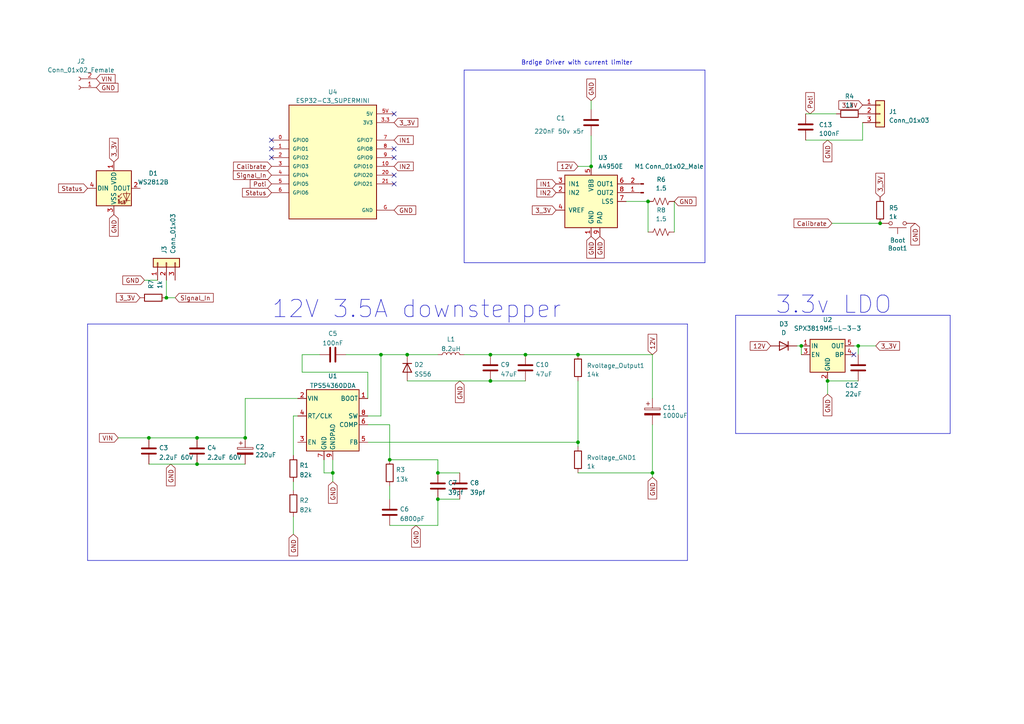
<source format=kicad_sch>
(kicad_sch (version 20231120) (generator "eeschema") (generator_version "8.0")
  (paper "A4")
  (lib_symbols
    (symbol "Connector:Conn_01x02_Female" (pin_names (offset 1.016) hide)
      (property "Reference" "J" (at 0 2.54 0))
      (property "Value" "Conn_01x02_Female" (at 0 -5.08 0))
      (symbol "Conn_01x02_Female_1_1"
        (arc (start 0 -2.032) (mid -0.5058 -2.54) (end 0 -3.048) (stroke (width 0.1524)))
        (polyline (pts (xy -1.27 -2.54) (xy -0.508 -2.54)) (stroke (width 0.1524)))
        (polyline (pts (xy -1.27 0) (xy -0.508 0)) (stroke (width 0.1524)))
        (arc (start 0 0.508) (mid -0.5058 0) (end 0 -0.508) (stroke (width 0.1524)))
        (pin passive line (at -5.08 0 0) (length 3.81) (name "Pin_1") (number "1"))
        (pin passive line (at -5.08 -2.54 0) (length 3.81) (name "Pin_2") (number "2"))
      )
    )
    (symbol "Connector:Conn_01x02_Male" (pin_names (offset 1.016) hide)
      (property "Reference" "J" (at 0 2.54 0))
      (property "Value" "Conn_01x02_Male" (at 0 -5.08 0))
      (symbol "Conn_01x02_Male_1_1"
        (polyline (pts (xy 1.27 -2.54) (xy 0.8636 -2.54)) (stroke (width 0.1524)))
        (polyline (pts (xy 1.27 0) (xy 0.8636 0)) (stroke (width 0.1524)))
        (rectangle (start 0.8636 -2.413) (end 0 -2.667) (stroke (width 0.1524)) (fill (type outline)))
        (rectangle (start 0.8636 0.127) (end 0 -0.127) (stroke (width 0.1524)) (fill (type outline)))
        (pin passive line (at 5.08 0 180) (length 3.81) (name "Pin_1") (number "1"))
        (pin passive line (at 5.08 -2.54 180) (length 3.81) (name "Pin_2") (number "2"))
      )
    )
    (symbol "Connector_Generic:Conn_01x03" (pin_names (offset 1.016) hide)
      (property "Reference" "J" (at 0 5.08 0))
      (property "Value" "Conn_01x03" (at 0 -5.08 0))
      (symbol "Conn_01x03_1_1"
        (rectangle (start -1.27 -2.413) (end 0 -2.667) (stroke (width 0.1524)))
        (rectangle (start -1.27 0.127) (end 0 -0.127) (stroke (width 0.1524)))
        (rectangle (start -1.27 2.667) (end 0 2.413) (stroke (width 0.1524)))
        (rectangle (start -1.27 3.81) (end 1.27 -3.81) (stroke (width 0.254)) (fill (type background)))
        (pin passive line (at -5.08 2.54 0) (length 3.81) (name "Pin_1") (number "1"))
        (pin passive line (at -5.08 0 0) (length 3.81) (name "Pin_2") (number "2"))
        (pin passive line (at -5.08 -2.54 0) (length 3.81) (name "Pin_3") (number "3"))
      )
    )
    (symbol "D_1" (pin_numbers hide) (pin_names (offset 1.016) hide)
      (property "Reference" "D" (at 0 2.54 0))
      (property "Value" "D" (at 0 -2.54 0))
      (symbol "D_1_0_1"
        (polyline (pts (xy -1.27 1.27) (xy -1.27 -1.27)) (stroke (width 0.254)))
        (polyline (pts (xy 1.27 0) (xy -1.27 0)))
        (polyline (pts (xy 1.27 1.27) (xy 1.27 -1.27) (xy -1.27 0) (xy 1.27 1.27)) (stroke (width 0.254)))
      )
      (symbol "D_1_1_1"
        (pin passive line (at -3.81 0 0) (length 2.54) (name "K") (number "1"))
        (pin passive line (at 3.81 0 180) (length 2.54) (name "A") (number "2"))
      )
    )
    (symbol "Device:C" (pin_numbers hide) (pin_names (offset 0.254))
      (property "Reference" "C" (at 0.635 2.54 0))
      (property "Value" "C" (at 0.635 -2.54 0))
      (symbol "C_0_1"
        (polyline (pts (xy -2.032 -0.762) (xy 2.032 -0.762)) (stroke (width 0.508)))
        (polyline (pts (xy -2.032 0.762) (xy 2.032 0.762)) (stroke (width 0.508)))
      )
      (symbol "C_1_1"
        (pin passive line (at 0 3.81 270) (length 2.794) (name "~") (number "1"))
        (pin passive line (at 0 -3.81 90) (length 2.794) (name "~") (number "2"))
      )
    )
    (symbol "Device:CP" (pin_numbers hide) (pin_names (offset 0.254))
      (property "Reference" "C" (at 0.635 2.54 0))
      (property "Value" "Device_CP" (at 0.635 -2.54 0))
      (symbol "CP_0_1"
        (rectangle (start -2.286 0.508) (end 2.286 1.016))
        (polyline (pts (xy -1.778 2.286) (xy -0.762 2.286)))
        (polyline (pts (xy -1.27 2.794) (xy -1.27 1.778)))
        (rectangle (start 2.286 -0.508) (end -2.286 -1.016) (fill (type outline)))
      )
      (symbol "CP_1_1"
        (pin passive line (at 0 3.81 270) (length 2.794) (name "~") (number "1"))
        (pin passive line (at 0 -3.81 90) (length 2.794) (name "~") (number "2"))
      )
    )
    (symbol "Device:D" (pin_numbers hide) (pin_names (offset 1.016) hide)
      (property "Reference" "D" (at 0 2.54 0))
      (property "Value" "D" (at 0 -2.54 0))
      (symbol "D_0_1"
        (polyline (pts (xy -1.27 1.27) (xy -1.27 -1.27)) (stroke (width 0.254)))
        (polyline (pts (xy 1.27 0) (xy -1.27 0)))
        (polyline (pts (xy 1.27 1.27) (xy 1.27 -1.27) (xy -1.27 0) (xy 1.27 1.27)) (stroke (width 0.254)))
      )
      (symbol "D_1_1"
        (pin passive line (at -3.81 0 0) (length 2.54) (name "K") (number "1"))
        (pin passive line (at 3.81 0 180) (length 2.54) (name "A") (number "2"))
      )
    )
    (symbol "Device:L" (pin_numbers hide) (pin_names (offset 1.016) hide)
      (property "Reference" "L" (at -1.27 0 90))
      (property "Value" "L" (at 1.905 0 90))
      (symbol "L_0_1"
        (arc (start 0 -2.54) (mid 0.6323 -1.905) (end 0 -1.27))
        (arc (start 0 -1.27) (mid 0.6323 -0.635) (end 0 0))
        (arc (start 0 0) (mid 0.6323 0.635) (end 0 1.27))
        (arc (start 0 1.27) (mid 0.6323 1.905) (end 0 2.54))
      )
      (symbol "L_1_1"
        (pin passive line (at 0 3.81 270) (length 1.27) (name "1") (number "1"))
        (pin passive line (at 0 -3.81 90) (length 1.27) (name "2") (number "2"))
      )
    )
    (symbol "Device:R" (pin_numbers hide) (pin_names (offset 0))
      (property "Reference" "R" (at 2.032 0 90))
      (property "Value" "R" (at 0 0 90))
      (symbol "R_0_1"
        (rectangle (start -1.016 -2.54) (end 1.016 2.54) (stroke (width 0.254)))
      )
      (symbol "R_1_1"
        (pin passive line (at 0 3.81 270) (length 1.27) (name "~") (number "1"))
        (pin passive line (at 0 -3.81 90) (length 1.27) (name "~") (number "2"))
      )
    )
    (symbol "Device:R_US" (pin_numbers hide) (pin_names (offset 0))
      (property "Reference" "R" (at 2.54 0 90))
      (property "Value" "R_US" (at -2.54 0 90))
      (symbol "R_US_0_1"
        (polyline (pts (xy 0 -2.286) (xy 0 -2.54)))
        (polyline (pts (xy 0 2.286) (xy 0 2.54)))
        (polyline (pts (xy 0 -0.762) (xy 1.016 -1.143) (xy 0 -1.524) (xy -1.016 -1.905) (xy 0 -2.286)))
        (polyline (pts (xy 0 0.762) (xy 1.016 0.381) (xy 0 0) (xy -1.016 -0.381) (xy 0 -0.762)))
        (polyline (pts (xy 0 2.286) (xy 1.016 1.905) (xy 0 1.524) (xy -1.016 1.143) (xy 0 0.762)))
      )
      (symbol "R_US_1_1"
        (pin passive line (at 0 3.81 270) (length 1.27) (name "~") (number "1"))
        (pin passive line (at 0 -3.81 90) (length 1.27) (name "~") (number "2"))
      )
    )
    (symbol "Driver_Motor:A4950E" (pin_names (offset 1.016))
      (property "Reference" "U" (at -7.62 8.89 0))
      (property "Value" "A4950E" (at 5.08 8.89 0))
      (symbol "A4950E_0_1"
        (rectangle (start -7.62 7.62) (end 7.62 -7.62) (stroke (width 0.254)) (fill (type background)))
      )
      (symbol "A4950E_1_1"
        (pin power_in line (at 0 -10.16 90) (length 2.54) (name "GND") (number "1"))
        (pin input line (at -10.16 2.54 0) (length 2.54) (name "IN2") (number "2"))
        (pin input line (at -10.16 5.08 0) (length 2.54) (name "IN1") (number "3"))
        (pin passive line (at -10.16 -2.54 0) (length 2.54) (name "VREF") (number "4"))
        (pin power_in line (at 0 10.16 270) (length 2.54) (name "VBB") (number "5"))
        (pin power_out line (at 10.16 5.08 180) (length 2.54) (name "OUT1") (number "6"))
        (pin power_in line (at 10.16 0 180) (length 2.54) (name "LSS") (number "7"))
        (pin power_out line (at 10.16 2.54 180) (length 2.54) (name "OUT2") (number "8"))
        (pin power_in line (at 2.54 -10.16 90) (length 2.54) (name "PAD") (number "9"))
      )
    )
    (symbol "ESP32-C3_SUPERMINI:ESP32-C3_SUPERMINI" (pin_names (offset 1.016))
      (property "Reference" "U" (at -12.7 16.002 0))
      (property "Value" "ESP32-C3_SUPERMINI" (at -12.7 -20.32 0))
      (symbol "ESP32-C3_SUPERMINI_0_0"
        (rectangle (start -12.7 -17.78) (end 12.7 15.24) (stroke (width 0.254)) (fill (type background)))
        (pin bidirectional line (at -17.78 5.08 0) (length 5.08) (name "GPIO0") (number "0"))
        (pin bidirectional line (at -17.78 2.54 0) (length 5.08) (name "GPIO1") (number "1"))
        (pin bidirectional line (at 17.78 -2.54 180) (length 5.08) (name "GPIO10") (number "10"))
        (pin bidirectional line (at -17.78 0 0) (length 5.08) (name "GPIO2") (number "2"))
        (pin bidirectional line (at 17.78 -5.08 180) (length 5.08) (name "GPIO20") (number "20"))
        (pin bidirectional line (at 17.78 -7.62 180) (length 5.08) (name "GPIO21") (number "21"))
        (pin bidirectional line (at -17.78 -2.54 0) (length 5.08) (name "GPIO3") (number "3"))
        (pin power_in line (at 17.78 10.16 180) (length 5.08) (name "3V3") (number "3.3"))
        (pin bidirectional line (at -17.78 -5.08 0) (length 5.08) (name "GPIO4") (number "4"))
        (pin bidirectional line (at -17.78 -7.62 0) (length 5.08) (name "GPIO5") (number "5"))
        (pin power_in line (at 17.78 12.7 180) (length 5.08) (name "5V") (number "5V"))
        (pin bidirectional line (at -17.78 -10.16 0) (length 5.08) (name "GPIO6") (number "6"))
        (pin bidirectional line (at 17.78 5.08 180) (length 5.08) (name "GPIO7") (number "7"))
        (pin bidirectional line (at 17.78 2.54 180) (length 5.08) (name "GPIO8") (number "8"))
        (pin bidirectional line (at 17.78 0 180) (length 5.08) (name "GPIO9") (number "9"))
        (pin power_in line (at 17.78 -15.24 180) (length 5.08) (name "GND") (number "G"))
      )
    )
    (symbol "LED:WS2812B" (pin_names (offset 0.254))
      (property "Reference" "D" (at 5.08 5.715 0))
      (property "Value" "WS2812B" (at 1.27 -5.715 0))
      (symbol "WS2812B_0_0"
        (text "RGB" (at 2.286 -4.191 0) (effects (font (size 0.762 0.762))))
      )
      (symbol "WS2812B_0_1"
        (polyline (pts (xy 1.27 -3.556) (xy 1.778 -3.556)))
        (polyline (pts (xy 1.27 -2.54) (xy 1.778 -2.54)))
        (polyline (pts (xy 4.699 -3.556) (xy 2.667 -3.556)))
        (polyline (pts (xy 2.286 -2.54) (xy 1.27 -3.556) (xy 1.27 -3.048)))
        (polyline (pts (xy 2.286 -1.524) (xy 1.27 -2.54) (xy 1.27 -2.032)))
        (polyline (pts (xy 3.683 -1.016) (xy 3.683 -3.556) (xy 3.683 -4.064)))
        (polyline (pts (xy 4.699 -1.524) (xy 2.667 -1.524) (xy 3.683 -3.556) (xy 4.699 -1.524)))
        (rectangle (start 5.08 5.08) (end -5.08 -5.08) (stroke (width 0.254)) (fill (type background)))
      )
      (symbol "WS2812B_1_1"
        (pin power_in line (at 0 7.62 270) (length 2.54) (name "VDD") (number "1"))
        (pin output line (at 7.62 0 180) (length 2.54) (name "DOUT") (number "2"))
        (pin power_in line (at 0 -7.62 90) (length 2.54) (name "VSS") (number "3"))
        (pin input line (at -7.62 0 0) (length 2.54) (name "DIN") (number "4"))
      )
    )
    (symbol "Regulator_Linear:SPX3819M5-L-3-3" (pin_names (offset 0.254))
      (property "Reference" "U" (at -3.81 5.715 0))
      (property "Value" "SPX3819M5-L-3-3" (at 0 5.715 0))
      (symbol "SPX3819M5-L-3-3_0_1"
        (rectangle (start -5.08 4.445) (end 5.08 -5.08) (stroke (width 0.254)) (fill (type background)))
      )
      (symbol "SPX3819M5-L-3-3_1_1"
        (pin power_in line (at -7.62 2.54 0) (length 2.54) (name "IN") (number "1"))
        (pin power_in line (at 0 -7.62 90) (length 2.54) (name "GND") (number "2"))
        (pin input line (at -7.62 0 0) (length 2.54) (name "EN") (number "3"))
        (pin input line (at 7.62 0 180) (length 2.54) (name "BP") (number "4"))
        (pin power_out line (at 7.62 2.54 180) (length 2.54) (name "OUT") (number "5"))
      )
    )
    (symbol "Regulator_Switching:TPS54360DDA" (pin_names (offset 0.254))
      (property "Reference" "U" (at -7.62 11.43 0))
      (property "Value" "TPS54360DDA" (at -7.62 8.89 0))
      (symbol "TPS54360DDA_0_1"
        (rectangle (start -7.62 7.62) (end 7.62 -10.16) (stroke (width 0.254)) (fill (type background)))
      )
      (symbol "TPS54360DDA_1_1"
        (pin input line (at 10.16 5.08 180) (length 2.54) (name "BOOT") (number "1"))
        (pin power_in line (at -10.16 5.08 0) (length 2.54) (name "VIN") (number "2"))
        (pin input line (at -10.16 -7.62 0) (length 2.54) (name "EN") (number "3"))
        (pin input line (at -10.16 0 0) (length 2.54) (name "RT/CLK") (number "4"))
        (pin input line (at 10.16 -7.62 180) (length 2.54) (name "FB") (number "5"))
        (pin passive line (at 10.16 -2.54 180) (length 2.54) (name "COMP") (number "6"))
        (pin power_in line (at -2.54 -12.7 90) (length 2.54) (name "GND") (number "7"))
        (pin output line (at 10.16 0 180) (length 2.54) (name "SW") (number "8"))
        (pin power_in line (at 0 -12.7 90) (length 2.54) (name "GNDPAD") (number "9"))
      )
    )
    (symbol "Switch:SW_Push" (pin_numbers hide) (pin_names (offset 1.016) hide)
      (property "Reference" "SW" (at 1.27 2.54 0))
      (property "Value" "SW_Push" (at 0 -1.524 0))
      (symbol "SW_Push_0_1"
        (circle (center -2.032 0) (radius 0.508))
        (polyline (pts (xy 0 1.27) (xy 0 3.048)))
        (polyline (pts (xy 2.54 1.27) (xy -2.54 1.27)))
        (circle (center 2.032 0) (radius 0.508))
        (pin passive line (at -5.08 0 0) (length 2.54) (name "1") (number "1"))
        (pin passive line (at 5.08 0 180) (length 2.54) (name "2") (number "2"))
      )
    )
  )
  (junction (at 152.4 102.87))
  (junction (at 118.11 102.87))
  (junction (at 142.24 102.87))
  (junction (at 57.15 134.62))
  (junction (at 43.18 127))
  (junction (at 240.03 110.49))
  (junction (at 113.03 133.35))
  (junction (at 232.41 100.33))
  (junction (at 189.23 137.16))
  (junction (at 187.96 58.42))
  (junction (at 167.64 128.27))
  (junction (at 248.92 100.33))
  (junction (at 127 137.16))
  (junction (at 96.52 137.16))
  (junction (at 142.24 110.49))
  (junction (at 167.64 102.87))
  (junction (at 171.45 48.26))
  (junction (at 57.15 127))
  (junction (at 127 144.78))
  (junction (at 48.26 86.36))
  (junction (at 71.12 127))
  (junction (at 110.49 102.87))
  (junction (at 255.27 64.77))
  (no_connect (at 78.74 45.72))
  (no_connect (at 114.3 53.34))
  (no_connect (at 247.65 102.87))
  (no_connect (at 114.3 33.02))
  (no_connect (at 78.74 40.64))
  (no_connect (at 114.3 50.8))
  (no_connect (at 78.74 43.18))
  (no_connect (at 114.3 45.72))
  (no_connect (at 114.3 43.18))
  (polyline (pts (xy 199.39 93.98) (xy 199.39 162.56)))
  (polyline (pts (xy 275.59 91.44) (xy 213.36 91.44)))
  (wire (pts (xy 241.3 64.77) (xy 255.27 64.77)))
  (wire (pts (xy 250.19 40.64) (xy 233.68 40.64)))
  (wire (pts (xy 118.11 110.49) (xy 142.24 110.49)))
  (wire (pts (xy 248.92 100.33) (xy 254 100.33)))
  (wire (pts (xy 93.98 137.16) (xy 96.52 137.16)))
  (wire (pts (xy 142.24 102.87) (xy 152.4 102.87)))
  (wire (pts (xy 57.15 134.62) (xy 71.12 134.62)))
  (wire (pts (xy 113.03 133.35) (xy 127 133.35)))
  (wire (pts (xy 167.64 48.26) (xy 171.45 48.26)))
  (wire (pts (xy 106.68 120.65) (xy 110.49 120.65)))
  (wire (pts (xy 247.65 100.33) (xy 248.92 100.33)))
  (polyline (pts (xy 213.36 91.44) (xy 213.36 125.73)))
  (wire (pts (xy 43.18 134.62) (xy 57.15 134.62)))
  (polyline (pts (xy 204.47 76.2) (xy 134.62 76.2)))
  (wire (pts (xy 48.26 86.36) (xy 48.26 81.28)))
  (wire (pts (xy 34.29 127) (xy 43.18 127)))
  (wire (pts (xy 195.58 58.42) (xy 195.58 67.31)))
  (wire (pts (xy 113.03 152.4) (xy 127 152.4)))
  (wire (pts (xy 231.14 100.33) (xy 232.41 100.33)))
  (wire (pts (xy 189.23 123.19) (xy 189.23 137.16)))
  (wire (pts (xy 167.64 110.49) (xy 167.64 128.27)))
  (wire (pts (xy 110.49 120.65) (xy 110.49 102.87)))
  (wire (pts (xy 248.92 110.49) (xy 240.03 110.49)))
  (wire (pts (xy 152.4 102.87) (xy 167.64 102.87)))
  (wire (pts (xy 71.12 115.57) (xy 71.12 127)))
  (wire (pts (xy 142.24 110.49) (xy 152.4 110.49)))
  (polyline (pts (xy 25.4 93.98) (xy 25.4 162.56)))
  (wire (pts (xy 240.03 110.49) (xy 240.03 114.3)))
  (wire (pts (xy 96.52 137.16) (xy 96.52 139.7)))
  (polyline (pts (xy 213.36 125.73) (xy 275.59 125.73)))
  (wire (pts (xy 187.96 58.42) (xy 187.96 67.31)))
  (wire (pts (xy 93.98 133.35) (xy 93.98 137.16)))
  (wire (pts (xy 41.91 81.28) (xy 45.72 81.28)))
  (wire (pts (xy 250.19 35.56) (xy 250.19 40.64)))
  (wire (pts (xy 85.09 139.7) (xy 85.09 142.24)))
  (wire (pts (xy 86.36 115.57) (xy 71.12 115.57)))
  (wire (pts (xy 127 152.4) (xy 127 144.78)))
  (wire (pts (xy 96.52 133.35) (xy 96.52 137.16)))
  (wire (pts (xy 100.33 102.87) (xy 110.49 102.87)))
  (wire (pts (xy 127 137.16) (xy 133.35 137.16)))
  (wire (pts (xy 233.68 33.02) (xy 242.57 33.02)))
  (wire (pts (xy 50.8 86.36) (xy 48.26 86.36)))
  (wire (pts (xy 113.03 140.97) (xy 113.03 144.78)))
  (polyline (pts (xy 25.4 93.98) (xy 199.39 93.98)))
  (wire (pts (xy 232.41 100.33) (xy 232.41 102.87)))
  (wire (pts (xy 57.15 127) (xy 71.12 127)))
  (wire (pts (xy 171.45 29.21) (xy 171.45 31.75)))
  (wire (pts (xy 113.03 123.19) (xy 113.03 133.35)))
  (wire (pts (xy 248.92 100.33) (xy 248.92 102.87)))
  (polyline (pts (xy 204.47 20.32) (xy 204.47 76.2)))
  (polyline (pts (xy 199.39 162.56) (xy 25.4 162.56)))
  (wire (pts (xy 86.36 120.65) (xy 85.09 120.65)))
  (wire (pts (xy 189.23 137.16) (xy 167.64 137.16)))
  (polyline (pts (xy 134.62 20.32) (xy 134.62 76.2)))
  (wire (pts (xy 127 144.78) (xy 133.35 144.78)))
  (wire (pts (xy 106.68 107.95) (xy 87.63 107.95)))
  (wire (pts (xy 85.09 120.65) (xy 85.09 132.08)))
  (wire (pts (xy 118.11 102.87) (xy 127 102.87)))
  (wire (pts (xy 43.18 127) (xy 57.15 127)))
  (wire (pts (xy 189.23 138.43) (xy 189.23 137.16)))
  (wire (pts (xy 167.64 129.54) (xy 167.64 128.27)))
  (wire (pts (xy 106.68 128.27) (xy 167.64 128.27)))
  (wire (pts (xy 189.23 102.87) (xy 189.23 115.57)))
  (wire (pts (xy 85.09 149.86) (xy 85.09 154.94)))
  (wire (pts (xy 181.61 58.42) (xy 187.96 58.42)))
  (wire (pts (xy 87.63 102.87) (xy 92.71 102.87)))
  (polyline (pts (xy 134.62 20.32) (xy 204.47 20.32)))
  (wire (pts (xy 171.45 39.37) (xy 171.45 48.26)))
  (polyline (pts (xy 275.59 91.44) (xy 275.59 125.73)))
  (wire (pts (xy 134.62 102.87) (xy 142.24 102.87)))
  (wire (pts (xy 87.63 107.95) (xy 87.63 102.87)))
  (wire (pts (xy 189.23 102.87) (xy 167.64 102.87)))
  (wire (pts (xy 127 133.35) (xy 127 137.16)))
  (wire (pts (xy 113.03 123.19) (xy 106.68 123.19)))
  (wire (pts (xy 110.49 102.87) (xy 118.11 102.87)))
  (wire (pts (xy 106.68 115.57) (xy 106.68 107.95)))
  (text "3.3v LDO" (at 224.79 91.44 0) (effects (font (size 5 5)) (justify left bottom)))
  (text "12V 3.5A downstepper" (at 78.74 92.71 0) (effects (font (size 5 5)) (justify left bottom)))
  (text "Brdige Driver with current limiter" (at 151.13 19.05 0) (effects (font (size 1.27 1.27)) (justify left bottom)))
  (global_label "GND" (shape input) (at 240.03 114.3 270) (property "Intersheetrefs" "${INTERSHEET_REFS}" (effects (hide yes))))
  (global_label "GND" (shape input) (at 195.58 58.42 0) (property "Intersheetrefs" "${INTERSHEET_REFS}" (effects (hide yes))))
  (global_label "GND" (shape input) (at 96.52 139.7 270) (property "Intersheetrefs" "${INTERSHEET_REFS}" (effects (hide yes))))
  (global_label "VIN" (shape input) (at 27.94 22.86 0) (property "Intersheetrefs" "${INTERSHEET_REFS}" (effects (hide yes))))
  (global_label "Signal_In" (shape input) (at 50.8 86.36 0) (property "Intersheetrefs" "${INTERSHEET_REFS}" (effects (hide yes))))
  (global_label "Poti" (shape input) (at 234.95 33.02 90) (property "Intersheetrefs" "${INTERSHEET_REFS}" (effects (hide yes))))
  (global_label "GND" (shape input) (at 120.65 152.4 270) (property "Intersheetrefs" "${INTERSHEET_REFS}" (effects (hide yes))))
  (global_label "IN1" (shape input) (at 114.3 40.64 0) (property "Intersheetrefs" "${INTERSHEET_REFS}" (effects (hide yes))))
  (global_label "GND" (shape input) (at 85.09 154.94 270) (property "Intersheetrefs" "${INTERSHEET_REFS}" (effects (hide yes))))
  (global_label "12V" (shape input) (at 167.64 48.26 180) (property "Intersheetrefs" "${INTERSHEET_REFS}" (effects (hide yes))))
  (global_label "IN1" (shape input) (at 161.29 53.34 180) (property "Intersheetrefs" "${INTERSHEET_REFS}" (effects (hide yes))))
  (global_label "Status" (shape input) (at 78.74 55.88 180) (property "Intersheetrefs" "${INTERSHEET_REFS}" (effects (hide yes))))
  (global_label "GND" (shape input) (at 41.91 81.28 180) (property "Intersheetrefs" "${INTERSHEET_REFS}" (effects (hide yes))))
  (global_label "GND" (shape input) (at 114.3 60.96 0) (property "Intersheetrefs" "${INTERSHEET_REFS}" (effects (hide yes))))
  (global_label "Calibrate" (shape input) (at 78.74 48.26 180) (property "Intersheetrefs" "${INTERSHEET_REFS}" (effects (hide yes))))
  (global_label "GND" (shape input) (at 171.45 29.21 90) (property "Intersheetrefs" "${INTERSHEET_REFS}" (effects (hide yes))))
  (global_label "3_3V" (shape input) (at 255.27 57.15 90) (property "Intersheetrefs" "${INTERSHEET_REFS}" (effects (hide yes))))
  (global_label "3_3V" (shape input) (at 40.64 86.36 180) (property "Intersheetrefs" "${INTERSHEET_REFS}" (effects (hide yes))))
  (global_label "GND" (shape input) (at 173.99 68.58 270) (property "Intersheetrefs" "${INTERSHEET_REFS}" (effects (hide yes))))
  (global_label "3_3V" (shape input) (at 250.19 30.48 180) (property "Intersheetrefs" "${INTERSHEET_REFS}" (effects (hide yes))))
  (global_label "IN2" (shape input) (at 161.29 55.88 180) (property "Intersheetrefs" "${INTERSHEET_REFS}" (effects (hide yes))))
  (global_label "12V" (shape input) (at 223.52 100.33 180) (property "Intersheetrefs" "${INTERSHEET_REFS}" (effects (hide yes))))
  (global_label "GND" (shape input) (at 189.23 138.43 270) (property "Intersheetrefs" "${INTERSHEET_REFS}" (effects (hide yes))))
  (global_label "3_3V" (shape input) (at 161.29 60.96 180) (property "Intersheetrefs" "${INTERSHEET_REFS}" (effects (hide yes))))
  (global_label "Status" (shape input) (at 25.4 54.61 180) (property "Intersheetrefs" "${INTERSHEET_REFS}" (effects (hide yes))))
  (global_label "Poti" (shape input) (at 78.74 53.34 180) (property "Intersheetrefs" "${INTERSHEET_REFS}" (effects (hide yes))))
  (global_label "GND" (shape input) (at 240.03 40.64 270) (property "Intersheetrefs" "${INTERSHEET_REFS}" (effects (hide yes))))
  (global_label "GND" (shape input) (at 27.94 25.4 0) (property "Intersheetrefs" "${INTERSHEET_REFS}" (effects (hide yes))))
  (global_label "3_3V" (shape input) (at 254 100.33 0) (property "Intersheetrefs" "${INTERSHEET_REFS}" (effects (hide yes))))
  (global_label "12V" (shape input) (at 189.23 102.87 90) (property "Intersheetrefs" "${INTERSHEET_REFS}" (effects (hide yes))))
  (global_label "Calibrate" (shape input) (at 241.3 64.77 180) (property "Intersheetrefs" "${INTERSHEET_REFS}" (effects (hide yes))))
  (global_label "3_3V" (shape input) (at 114.3 35.56 0) (property "Intersheetrefs" "${INTERSHEET_REFS}" (effects (hide yes))))
  (global_label "3_3V" (shape input) (at 33.02 46.99 90) (property "Intersheetrefs" "${INTERSHEET_REFS}" (effects (hide yes))))
  (global_label "GND" (shape input) (at 33.02 62.23 270) (property "Intersheetrefs" "${INTERSHEET_REFS}" (effects (hide yes))))
  (global_label "GND" (shape input) (at 265.43 64.77 270) (property "Intersheetrefs" "${INTERSHEET_REFS}" (effects (hide yes))))
  (global_label "IN2" (shape input) (at 114.3 48.26 0) (property "Intersheetrefs" "${INTERSHEET_REFS}" (effects (hide yes))))
  (global_label "GND" (shape input) (at 49.53 134.62 270) (property "Intersheetrefs" "${INTERSHEET_REFS}" (effects (hide yes))))
  (global_label "Signal_In" (shape input) (at 78.74 50.8 180) (property "Intersheetrefs" "${INTERSHEET_REFS}" (effects (hide yes))))
  (global_label "VIN" (shape input) (at 34.29 127 180) (property "Intersheetrefs" "${INTERSHEET_REFS}" (effects (hide yes))))
  (global_label "GND" (shape input) (at 171.45 68.58 270) (property "Intersheetrefs" "${INTERSHEET_REFS}" (effects (hide yes))))
  (global_label "GND" (shape input) (at 133.35 110.49 270) (property "Intersheetrefs" "${INTERSHEET_REFS}" (effects (hide yes))))
  (symbol (lib_id "Device:C") (at 113.03 148.59 0) (unit 1)
    (property "Reference" "C6" (at 115.951 147.6815 0) (effects (justify left)))
    (property "Value" "6800pF" (at 115.951 150.4566 0) (effects (justify left)))
    (property "Footprint" "Capacitor_SMD:C_0603_1608Metric" (effects (hide yes)))
    (property "LCSC" "C1631" (effects (hide yes)))
  )
  (symbol (lib_id "Device:R") (at 167.64 106.68 0) (unit 1)
    (property "Reference" "Rvoltage_Output1" (at 170.18 106.045 0) (effects (justify left)))
    (property "Value" "14k" (at 170.18 108.585 0) (effects (justify left)))
    (property "Footprint" "Resistor_SMD:R_0603_1608Metric" (effects (hide yes)))
    (property "LCSC" "C3016340" (effects (hide yes)))
  )
  (symbol (lib_id "Device:C") (at 152.4 106.68 0) (unit 1)
    (property "Reference" "C10" (at 155.321 105.7715 0) (effects (justify left)))
    (property "Value" "47uF" (at 155.321 108.5466 0) (effects (justify left)))
    (property "Footprint" "Capacitor_SMD:C_1206_3216Metric" (effects (hide yes)))
    (property "LCSC" "C96123" (effects (hide yes)))
  )
  (symbol (lib_id "Device:R") (at 246.38 33.02 90) (unit 1)
    (property "Reference" "R4" (at 246.38 27.94 90))
    (property "Value" "1k" (at 246.38 30.48 90))
    (property "Footprint" "Resistor_SMD:R_0603_1608Metric" (effects (hide yes)))
  )
  (symbol (lib_id "Switch:SW_Push") (at 260.35 64.77 180) (unit 1)
    (property "Reference" "Boot1" (at 260.35 72.009 0))
    (property "Value" "Boot" (at 260.35 69.6976 0))
    (property "Footprint" "Button_Switch_SMD:SW_SPST_CK_RS282G05A3" (effects (hide yes)))
    (property "LCSC" "C72443" (effects (hide yes)))
  )
  (symbol (lib_id "Regulator_Linear:SPX3819M5-L-3-3") (at 240.03 102.87 0) (unit 1)
    (property "Reference" "U2" (at 240.03 92.71 0))
    (property "Value" "SPX3819M5-L-3-3" (at 240.03 95.25 0))
    (property "Footprint" "Package_TO_SOT_SMD:SOT-23-5" (effects (hide yes)))
    (property "Datasheet" "https://www.exar.com/content/document.ashx?id=22106&languageid=1033&type=Datasheet&partnumber=SPX3819&filename=SPX3819.pdf&part=SPX3819" (effects (hide yes)))
    (property "LCSC" "C5370980" (effects (hide yes)))
  )
  (symbol (lib_id "Driver_Motor:A4950E") (at 171.45 58.42 0) (unit 1)
    (property "Reference" "U3" (at 173.4694 45.72 0) (effects (justify left)))
    (property "Value" "A4950E" (at 173.4694 48.26 0) (effects (justify left)))
    (property "Footprint" "Package_SO:SOIC-8-1EP_3.9x4.9mm_P1.27mm_EP2.41x3.3mm" (effects (hide yes)))
    (property "Datasheet" "http://www.allegromicro.com/~/media/Files/Datasheets/A4950-Datasheet.ashx" (effects (hide yes)))
    (property "LCSC" "C82404" (effects (hide yes)))
  )
  (symbol (lib_id "Device:C") (at 57.15 130.81 0) (unit 1)
    (property "Reference" "C4" (at 60.071 129.9015 0) (effects (justify left)))
    (property "Value" "2.2uF 60V" (at 60.071 132.6766 0) (effects (justify left)))
    (property "Footprint" "Capacitor_SMD:C_0805_2012Metric" (effects (hide yes)))
    (property "LCSC" "C49217" (effects (hide yes)))
  )
  (symbol (lib_id "Device:C") (at 43.18 130.81 0) (unit 1)
    (property "Reference" "C3" (at 46.101 129.9015 0) (effects (justify left)))
    (property "Value" "2.2uF 60V" (at 46.101 132.6766 0) (effects (justify left)))
    (property "Footprint" "Capacitor_SMD:C_0805_2012Metric" (effects (hide yes)))
    (property "LCSC" "C49217" (effects (hide yes)))
  )
  (symbol (lib_id "Device:R") (at 85.09 135.89 0) (unit 1)
    (property "Reference" "R1" (at 86.868 134.9815 0) (effects (justify left)))
    (property "Value" "82k" (at 86.868 137.7566 0) (effects (justify left)))
    (property "Footprint" "Resistor_SMD:R_0603_1608Metric_Pad0.98x0.95mm_HandSolder" (effects (hide yes)))
    (property "LCSC" "C23254" (effects (hide yes)))
  )
  (symbol (lib_id "Device:L") (at 130.81 102.87 90) (unit 1)
    (property "Reference" "L1" (at 130.81 98.3955 90))
    (property "Value" "8.2uH" (at 130.81 101.1706 90))
    (property "Footprint" "Inductor_SMD:L_7.3x7.3_H3.5" (effects (hide yes)))
    (property "LCSC" "C5189935" (effects (hide yes)))
  )
  (symbol (lib_id "ESP32-C3_SUPERMINI:ESP32-C3_SUPERMINI") (at 96.52 45.72 0) (unit 1)
    (property "Reference" "U4" (at 96.52 26.67 0))
    (property "Value" "ESP32-C3_SUPERMINI" (at 96.52 29.21 0))
    (property "Footprint" "esp32c3supermini:MODULE_ESP32-C3_SUPERMINI" (effects (hide yes)))
    (property "MF" "Espressif Systems" (effects (hide yes)))
    (property "MAXIMUM_PACKAGE_HEIGHT" "4.2mm" (effects (hide yes)))
    (property "Package" "Package" (effects (hide yes)))
    (property "Price" "None" (effects (hide yes)))
    (property "Check_prices" "https://www.snapeda.com/parts/ESP32-C3%20SuperMini/Espressif+Systems/view-part/?ref=eda" (effects (hide yes)))
    (property "STANDARD" "Manufacturer Recommendations" (effects (hide yes)))
    (property "SnapEDA_Link" "https://www.snapeda.com/parts/ESP32-C3%20SuperMini/Espressif+Systems/view-part/?ref=snap" (effects (hide yes)))
    (property "MP" "ESP32-C3 SuperMini" (effects (hide yes)))
    (property "Description_1" "\nSuper tiny ESP32-C3 board\n" (effects (hide yes)))
    (property "Availability" "Not in stock" (effects (hide yes)))
    (property "MANUFACTURER" "Espressif" (effects (hide yes)))
  )
  (symbol (lib_id "Device:R") (at 113.03 137.16 0) (unit 1)
    (property "Reference" "R3" (at 114.808 136.2515 0) (effects (justify left)))
    (property "Value" "13k" (at 114.808 139.0266 0) (effects (justify left)))
    (property "Footprint" "Resistor_SMD:R_0603_1608Metric" (effects (hide yes)))
    (property "LCSC" "C22797" (effects (hide yes)))
  )
  (symbol (lib_id "Device:C") (at 142.24 106.68 0) (unit 1)
    (property "Reference" "C9" (at 145.161 105.7715 0) (effects (justify left)))
    (property "Value" "47uF" (at 145.161 108.5466 0) (effects (justify left)))
    (property "Footprint" "Capacitor_SMD:C_1206_3216Metric" (effects (hide yes)))
    (property "LCSC" "C96123" (effects (hide yes)))
  )
  (symbol (lib_id "Connector:Conn_01x02_Female") (at 22.86 25.4 180) (unit 1)
    (property "Reference" "J2" (at 23.495 17.78 0))
    (property "Value" "Conn_01x02_Female" (at 23.495 20.32 0))
    (property "Footprint" "Connector_AMASS:AMASS_XT30PW-M_1x02_P2.50mm_Horizontal" (effects (hide yes)))
    (property "LCSC" "C108769" (effects (hide yes)))
  )
  (symbol (lib_id "Device:R") (at 44.45 86.36 90) (unit 1)
    (property "Reference" "R7" (at 43.815 83.82 0) (effects (justify left)))
    (property "Value" "1k" (at 46.355 83.82 0) (effects (justify left)))
    (property "Footprint" "Resistor_SMD:R_0603_1608Metric" (effects (hide yes)))
  )
  (symbol (lib_id "Device:R") (at 167.64 133.35 0) (unit 1)
    (property "Reference" "Rvoltage_GND1" (at 170.18 132.715 0) (effects (justify left)))
    (property "Value" "1k" (at 170.18 135.255 0) (effects (justify left)))
    (property "Footprint" "Resistor_SMD:R_0603_1608Metric" (effects (hide yes)))
  )
  (symbol (lib_id "LED:WS2812B") (at 33.02 54.61 0) (unit 1)
    (property "Reference" "D1" (at 44.45 50.2793 0))
    (property "Value" "WS2812B" (at 44.45 52.8193 0))
    (property "Footprint" "LED_SMD:LED_WS2812B_PLCC4_5.0x5.0mm_P3.2mm" (effects (hide yes)))
    (property "Datasheet" "https://cdn-shop.adafruit.com/datasheets/WS2812B.pdf" (effects (hide yes)))
    (property "LCSC" "no" (effects (hide yes)))
  )
  (symbol (lib_id "Connector:Conn_01x02_Male") (at 186.69 55.88 180) (unit 1)
    (property "Reference" "M1" (at 185.42 48.26 0))
    (property "Value" "Conn_01x02_Male" (at 195.58 48.26 0))
    (property "Footprint" "Connector_JST:JST_EH_B2B-EH-A_1x02_P2.50mm_Vertical" (effects (hide yes)))
  )
  (symbol (lib_id "Device:C") (at 171.45 35.56 0) (unit 1)
    (property "Reference" "C1" (at 161.29 34.29 0) (effects (justify left)))
    (property "Value" "220nF 50v x5r" (at 154.94 38.1 0) (effects (justify left)))
    (property "Footprint" "Capacitor_SMD:C_0603_1608Metric" (effects (hide yes)))
    (property "LCSC" "C64705" (effects (hide yes)))
  )
  (symbol (lib_id "Device:C") (at 127 140.97 0) (unit 1)
    (property "Reference" "C7" (at 129.921 140.0615 0) (effects (justify left)))
    (property "Value" "39pf" (at 129.921 142.8366 0) (effects (justify left)))
    (property "Footprint" "Capacitor_SMD:C_0603_1608Metric" (effects (hide yes)))
    (property "LCSC" "C1666" (effects (hide yes)))
  )
  (symbol (lib_id "Device:C") (at 233.68 36.83 0) (unit 1)
    (property "Reference" "C13" (at 237.49 36.195 0) (effects (justify left)))
    (property "Value" "100nF" (at 237.49 38.735 0) (effects (justify left)))
    (property "Footprint" "Capacitor_SMD:C_0603_1608Metric" (effects (hide yes)))
    (property "LCSC" "C14663" (effects (hide yes)))
  )
  (symbol (lib_id "Device:C") (at 96.52 102.87 90) (unit 1)
    (property "Reference" "C5" (at 96.52 96.7445 90))
    (property "Value" "100nF" (at 96.52 99.5196 90))
    (property "Footprint" "Capacitor_SMD:C_0603_1608Metric" (effects (hide yes)))
    (property "LCSC" "C14663" (effects (hide yes)))
  )
  (symbol (lib_name "D_1") (lib_id "Device:D") (at 227.33 100.33 180) (unit 1)
    (property "Reference" "D3" (at 227.33 93.98 0))
    (property "Value" "D" (at 227.33 96.52 0))
    (property "Footprint" "Diode_SMD:D_SOD-123F" (effects (hide yes)))
    (property "Description" "Diode" (effects (hide yes)))
    (property "Sim.Device" "D" (effects (hide yes)))
    (property "Sim.Pins" "1=K 2=A" (effects (hide yes)))
  )
  (symbol (lib_id "Device:R") (at 85.09 146.05 0) (unit 1)
    (property "Reference" "R2" (at 86.868 145.1415 0) (effects (justify left)))
    (property "Value" "82k" (at 86.868 147.9166 0) (effects (justify left)))
    (property "Footprint" "Resistor_SMD:R_0603_1608Metric_Pad0.98x0.95mm_HandSolder" (effects (hide yes)))
    (property "LCSC" "C23254" (effects (hide yes)))
  )
  (symbol (lib_id "Device:CP") (at 71.12 130.81 0) (unit 1)
    (property "Reference" "C2" (at 74.041 129.6416 0) (effects (justify left)))
    (property "Value" "220uF" (at 74.041 131.953 0) (effects (justify left)))
    (property "Footprint" "Capacitor_THT:CP_Radial_D10.0mm_P5.00mm" (effects (hide yes)))
    (property "LCSC" "C503217" (effects (hide yes)))
  )
  (symbol (lib_id "Device:R_US") (at 191.77 67.31 90) (unit 1)
    (property "Reference" "R8" (at 191.77 60.96 90))
    (property "Value" "1.5" (at 191.77 63.5 90))
    (property "Footprint" "Resistor_SMD:R_1210_3225Metric" (effects (hide yes)))
    (property "LCSC" "C5127851" (effects (hide yes)))
  )
  (symbol (lib_id "Device:C") (at 133.35 140.97 0) (unit 1)
    (property "Reference" "C8" (at 136.271 140.0615 0) (effects (justify left)))
    (property "Value" "39pf" (at 136.271 142.8366 0) (effects (justify left)))
    (property "Footprint" "Capacitor_SMD:C_0603_1608Metric" (effects (hide yes)))
    (property "LCSC" "C1666" (effects (hide yes)))
  )
  (symbol (lib_id "Device:R_US") (at 191.77 58.42 90) (unit 1)
    (property "Reference" "R6" (at 191.77 52.07 90))
    (property "Value" "1.5" (at 191.77 54.61 90))
    (property "Footprint" "Resistor_SMD:R_2512_6332Metric" (effects (hide yes)))
    (property "LCSC" "C5127851" (effects (hide yes)))
  )
  (symbol (lib_id "Regulator_Switching:TPS54360DDA") (at 96.52 120.65 0) (unit 1)
    (property "Reference" "U1" (at 96.52 109.0635 0))
    (property "Value" "TPS54360DDA" (at 96.52 111.8386 0))
    (property "Footprint" "Package_SO:TI_SO-PowerPAD-8_ThermalVias" (effects (hide yes)))
    (property "Datasheet" "http://www.ti.com/lit/ds/symlink/tps54360.pdf" (effects (hide yes)))
    (property "LCSC" "C44377" (effects (hide yes)))
  )
  (symbol (lib_id "Device:D") (at 118.11 106.68 270) (unit 1)
    (property "Reference" "D2" (at 120.142 105.7715 90) (effects (justify left)))
    (property "Value" "SS56" (at 120.142 108.5466 90) (effects (justify left)))
    (property "Footprint" "Diode_SMD:D_SMC_Handsoldering" (effects (hide yes)))
    (property "LCSC" "C4944963" (effects (hide yes)))
  )
  (symbol (lib_id "Connector_Generic:Conn_01x03") (at 48.26 76.2 90) (unit 1)
    (property "Reference" "J3" (at 47.625 73.66 0) (effects (justify left)))
    (property "Value" "Conn_01x03" (at 50.165 73.66 0) (effects (justify left)))
    (property "Footprint" "Connector_PinHeader_2.54mm:PinHeader_1x03_P2.54mm_Vertical" (effects (hide yes)))
  )
  (symbol (lib_id "Device:CP") (at 189.23 119.38 0) (unit 1)
    (property "Reference" "C11" (at 192.151 118.2116 0) (effects (justify left)))
    (property "Value" "1000uF" (at 192.151 120.523 0) (effects (justify left)))
    (property "Footprint" "Capacitor_THT:CP_Radial_D10.0mm_P5.00mm" (effects (hide yes)))
    (property "LCSC" "C503217" (effects (hide yes)))
  )
  (symbol (lib_id "Connector_Generic:Conn_01x03") (at 255.27 33.02 0) (unit 1)
    (property "Reference" "J1" (at 257.81 32.385 0) (effects (justify left)))
    (property "Value" "Conn_01x03" (at 257.81 34.925 0) (effects (justify left)))
    (property "Footprint" "Connector_JST:JST_EH_B3B-EH-A_1x03_P2.50mm_Vertical" (effects (hide yes)))
  )
  (symbol (lib_id "Device:C") (at 248.92 106.68 0) (unit 1)
    (property "Reference" "C12" (at 245.11 111.76 0) (effects (justify left)))
    (property "Value" "22uF" (at 245.11 114.3 0) (effects (justify left)))
    (property "Footprint" "Capacitor_SMD:C_0603_1608Metric" (effects (hide yes)))
    (property "LCSC" "C59461" (effects (hide yes)))
  )
  (symbol (lib_id "Device:R") (at 255.27 60.96 0) (unit 1)
    (property "Reference" "R5" (at 257.81 60.325 0) (effects (justify left)))
    (property "Value" "1k" (at 257.81 62.865 0) (effects (justify left)))
    (property "Footprint" "Resistor_SMD:R_0603_1608Metric" (effects (hide yes)))
  )
)
</source>
